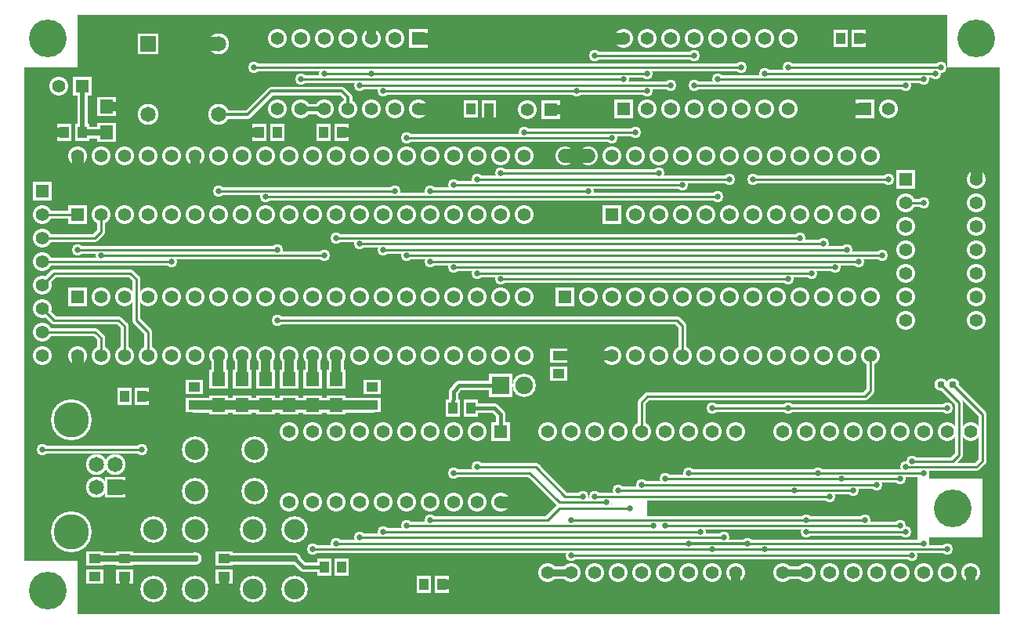
<source format=gtl>
G04*
G04 Format:               Gerber RS-274X*
G04 Layer:                TopCopper*
G04 This File Name:       Mini (Ver 4l 2024) - Gerber.gtl*
G04 Source File Name:     Mini (Ver 4l 2024).pcb*
G04 Unique ID:            5eaf9519-9103-422e-be0f-e1a041fa282d*
G04 Generated Date:       Saturday, 19 October 2024 20:49:58*
G04*
G04 Created Using:        Robot Room Copper Connection v2.7.5443*
G04 Software Contact:     http://www.robotroom.com/CopperConnection/Support.aspx*
G04 License Number:       1685*
G04 Student Edition:      true*
G04*
G04 Zero Suppression:     Leading*
G04 Number Precision:     2.4*
G04*
%FSLAX24Y24*%
%MOIN*%
%LNTopCopper*%
%ADD10C,.01*%
%ADD11C,.012*%
%ADD12C,.015*%
%ADD13C,.02*%
%ADD14C,.025*%
%ADD15C,.026*%
%ADD16C,.03*%
%ADD17C,.031*%
%ADD18C,.034*%
%ADD19C,.036*%
%ADD20C,.039*%
%ADD21C,.04*%
%ADD22C,.044*%
%ADD23C,.049*%
%ADD24C,.05*%
%ADD25C,.054*%
%ADD26C,.055*%
%ADD27C,.056*%
%ADD28C,.06*%
%ADD29C,.064*%
%ADD30C,.065*%
%ADD31C,.075*%
%ADD32C,.08*%
%ADD33C,.088*%
%ADD34C,.089*%
%ADD35C,.099*%
%ADD36C,.112*%
%ADD37C,.15*%
%ADD38C,.16*%
%ADD39C,.174*%
%ADD40C,.184*%
%ADD41R,.006X.006*%
%ADD42R,.056X.056*%
%ADD43R,.065X.065*%
%ADD44R,.075X.075*%
%ADD45R,.08X.08*%
%ADD46R,.089X.089*%
%ADD47R,.099X.099*%
%ADD48R,.04X.05*%
%ADD49R,.05X.04*%
%ADD50R,.055X.06*%
%ADD51R,.064X.074*%
%ADD52R,.074X.064*%
%ADD53R,.079X.084*%
G36*
G01X41500Y25500D02*
X0D01*
Y0D01*
X41500D01*
Y25500D01*
G37*
%LPC*%
G36*
X0Y23250D02*
X2250D01*
Y25500D01*
X0D01*
Y23250D01*
G37*
G36*
X0Y0D02*
X2250D01*
Y2250D01*
X0D01*
Y0D01*
G37*
G36*
X22750Y4750D02*
X23000D01*
Y5000D01*
X21750Y6250D01*
X21500Y6000D01*
X22750Y4750D01*
G37*
G36*
X38250Y3250D02*
X40750D01*
Y5750D01*
X38250D01*
Y3250D01*
G37*
G36*
X39250Y23250D02*
X41500D01*
Y25500D01*
X39250D01*
Y23250D01*
G37*
G36*
X26500Y4000D02*
Y3500D01*
X27750D01*
Y4000D01*
X26500D01*
G37*
G36*
X22250Y4000D02*
X22750Y4500D01*
X25000D01*
Y5000D01*
X26500D01*
Y3750D01*
X22250D01*
Y4000D01*
G37*
G36*
X38000Y3000D02*
X38500D01*
Y6250D01*
X38000D01*
Y3000D01*
G37*
D18*
X29250Y8750D02*
X32500D01*
X37750Y2500D02*
X23250D01*
X36000Y11000D02*
Y9500D01*
X35750Y9250D01*
X15250Y22250D02*
X23500D01*
X750Y17000D02*
X2250D01*
X750Y16000D02*
X3000D01*
X750Y15000D02*
X6250D01*
X3000Y16000D02*
X3250Y16250D01*
Y17000D01*
X750Y14000D02*
X1250Y14500D01*
X750Y13000D02*
X1250Y12500D01*
Y14500D02*
X4500D01*
X4750Y14250D01*
X750Y12000D02*
X3000D01*
X4750Y14250D02*
Y12500D01*
X1250D02*
X4000D01*
X4750D02*
X5250Y12000D01*
Y11000D01*
X4250D02*
Y12250D01*
X3000Y12000D02*
X3250Y11750D01*
Y11000D01*
X4250Y12250D02*
X4000Y12500D01*
X39000Y23250D02*
X32500D01*
X25250Y5250D02*
X32750D01*
X14750Y23000D02*
X12750D01*
X39500Y9750D02*
X40750Y8500D01*
X3250Y15250D02*
X12750D01*
X29500Y22750D02*
X38250D01*
X12250Y2750D02*
X29250D01*
X37500Y17500D02*
X38250D01*
X2250Y15500D02*
X10750D01*
X40750Y8500D02*
Y6500D01*
X13250Y3000D02*
X28250D01*
X40500Y6250D02*
X37500D01*
X37750Y6500D02*
X39500D01*
X35750Y4000D02*
X33250D01*
X39750Y6750D02*
Y9000D01*
X14250Y3250D02*
X29750D01*
X39750Y9000D02*
X39000Y9750D01*
X38750Y23000D02*
X31500D01*
X28500Y22500D02*
X37500D01*
X15250Y3500D02*
X28750D01*
X27500Y22500D02*
X14250D01*
X27250Y5750D02*
X34750D01*
X26500Y22250D02*
X23500D01*
X10250Y17750D02*
X29500D01*
X16250Y3750D02*
X26750D01*
X17250Y4000D02*
X22250D01*
X22750Y4500D01*
X25750D01*
X18250Y6000D02*
X21500D01*
X22750Y4750D01*
X24750D01*
X19250Y6250D02*
X21750D01*
X23000Y5000D02*
X23750D01*
X21750Y6250D02*
X23000Y5000D01*
X28000Y11000D02*
Y12250D01*
X14750Y23000D02*
X26500D01*
X15750Y18000D02*
X8250D01*
X25500Y22750D02*
X11750D01*
X35750Y9250D02*
X26500D01*
X15250Y15500D02*
X35000D01*
X28000Y12250D02*
X27750Y12500D01*
X10750D01*
X16250Y20250D02*
X25000D01*
X17250Y18000D02*
X24000D01*
X18250Y18250D02*
X28000D01*
X14250Y15750D02*
X34000D01*
X19250Y18500D02*
X30000D01*
X26500Y9250D02*
X26250Y9000D01*
X36750Y18500D02*
X31000D01*
X20250Y18750D02*
X27000D01*
X26250Y9000D02*
Y7750D01*
X21250Y20500D02*
X26000D01*
X13250Y16000D02*
X33000D01*
X39500Y6500D02*
X39750Y6750D01*
X40500Y6250D02*
X40750Y6500D01*
X5000Y7000D02*
X750D01*
X9750Y23250D02*
X30500D01*
X16250Y15250D02*
X36500D01*
X17250Y15000D02*
X35500D01*
X18250Y14750D02*
X34500D01*
X28500Y23750D02*
X24250D01*
X39250Y8750D02*
X32500D01*
X28250Y6000D02*
X38250D01*
X37250Y5750D02*
X34750D01*
X36250Y5500D02*
X26250D01*
X35250Y5250D02*
X32750D01*
X34250Y5000D02*
X24250D01*
X33250Y4000D02*
X23250D01*
X39250Y2750D02*
X31500D01*
X38250Y3000D02*
X30750D01*
X37250Y3750D02*
X27250D01*
X31500Y2750D02*
X29250D01*
X33250Y3500D02*
X37500D01*
X19250Y14500D02*
X33500D01*
X20250Y14250D02*
X32500D01*
D19*
X13750Y21500D02*
Y22000D01*
X13500Y22250D01*
X10500D01*
X8250Y21250D02*
X9500D01*
X10500Y22250D01*
X30750Y3000D02*
X28250D01*
D20*
X11500Y2360D02*
X11860Y2000D01*
X12750D01*
X20250Y7750D02*
Y8500D01*
X18240Y8750D02*
X18250Y9470D01*
X20250Y8500D02*
X20000Y8750D01*
X19000D01*
X18250Y9470D02*
X18500Y9720D01*
X20250D01*
D22*
X2460Y20500D02*
Y22460D01*
X12750Y21500D02*
X11750D01*
D23*
X4250Y2360D02*
X7250D01*
X3000D02*
X4250D01*
X11500D02*
X8500D01*
X3500Y20500D02*
X2460D01*
D24*
X10750Y20500D03*
X27000Y18750D03*
X38250Y22750D03*
X34750Y5750D03*
X10250Y17750D03*
X29500Y22750D03*
X6250Y15000D03*
X12750Y20500D03*
X16250Y15250D03*
X32500Y8750D03*
X33750Y6000D03*
X7220Y9660D03*
X3250Y15250D03*
X14750Y23000D03*
X12250Y2750D03*
X12750Y23000D03*
X32500Y23250D03*
X32750Y5250D03*
X8500Y2360D03*
X11500D03*
X23250Y2500D03*
X13500Y2000D03*
X31500Y2750D03*
X26000Y20500D03*
X12750Y15250D03*
X21250Y20500D03*
X30000Y18500D03*
X2250Y15500D03*
X10750D03*
X28250Y6000D03*
X39250Y8750D03*
X29250D03*
X27250Y5750D03*
X37250D03*
X26250Y5500D03*
X36250D03*
X25250Y5250D03*
X35250D03*
X24250Y5000D03*
X34250D03*
X23250Y4000D03*
X33250D03*
X27250Y3750D03*
X39250Y2750D03*
X38250Y3000D03*
X37250Y3750D03*
X37750Y2500D03*
X30750Y3000D03*
X13250D03*
X37750Y6500D03*
X29500Y17750D03*
X14250Y3250D03*
X35750Y4000D03*
X8250Y18000D03*
X17250Y4000D03*
X29750Y3250D03*
X15250Y3500D03*
X28250Y3000D03*
X29250Y2750D03*
X39000Y23250D03*
X38250Y17500D03*
Y6000D03*
X28500Y22500D03*
X31500Y23000D03*
X37500Y6250D03*
Y22500D03*
Y3500D03*
X27500Y22500D03*
X28750Y3500D03*
X14250Y22500D03*
X26500Y22250D03*
X15250D03*
X4250Y2360D03*
X16250Y3750D03*
X23500Y22250D03*
X26750Y3750D03*
X33250Y3500D03*
X18250Y6000D03*
X25750Y4500D03*
X19250Y6250D03*
X25500Y22750D03*
X24750Y4750D03*
X23750Y5000D03*
X750Y7000D03*
X5000D03*
X31000Y18500D03*
X26500Y23000D03*
X36750Y18500D03*
X15250Y15500D03*
X35000D03*
X11750Y22750D03*
X10750Y12500D03*
X14250Y15750D03*
X16250Y20250D03*
X17250Y18000D03*
X25000Y20250D03*
X24000Y18000D03*
X18250Y18250D03*
X34000Y15750D03*
X28000Y18250D03*
X19250Y18500D03*
X20250Y18750D03*
X15750Y18000D03*
X13250Y16000D03*
X33000D03*
X38750Y23000D03*
X9750Y23250D03*
X30500D03*
X14810Y9660D03*
X3000Y1620D03*
X36500Y15250D03*
X17250Y15000D03*
X35500D03*
X18250Y14750D03*
X34500D03*
X19250Y14500D03*
X33500D03*
X20250Y14250D03*
X28500Y23750D03*
X24250D03*
X32500Y14250D03*
D25*
X22250Y1750D02*
X23250D01*
X32250D02*
X33250D01*
D26*
X3500Y20500D03*
X39500Y9750D03*
X7250Y2360D03*
X39000Y9750D03*
D29*
X8250Y8900D02*
X9250D01*
X8250D02*
X7230D01*
X9250D02*
X10250D01*
X8250Y10000D02*
Y11000D01*
X9250D02*
Y10000D01*
X10250Y11000D02*
Y10000D01*
Y8900D02*
X11250D01*
Y10000D02*
Y11000D01*
Y8900D02*
X12250D01*
Y10000D02*
Y11000D01*
X13250Y10000D02*
Y11000D01*
X12250Y8900D02*
X13250D01*
X14810D01*
D32*
X24000Y13500D03*
X25000D03*
X26000D03*
X27000D03*
X28000D03*
X29000D03*
X30000D03*
X31000D03*
X32000D03*
X33000D03*
X34000D03*
X35000D03*
X36000D03*
Y19500D03*
X35000D03*
X34000D03*
X33000D03*
X32000D03*
X31000D03*
X30000D03*
X29000D03*
X28000D03*
X27000D03*
X26000D03*
X25000D03*
X24000D03*
X23000D03*
X26000Y17000D03*
X27000D03*
X28000D03*
X29000D03*
X30000D03*
X31000D03*
X32000D03*
X33000D03*
X34000D03*
X35000D03*
X36000D03*
Y11000D03*
X35000D03*
X34000D03*
X33000D03*
X32000D03*
X31000D03*
X30000D03*
X29000D03*
X28000D03*
X27000D03*
X26000D03*
X25000D03*
X3250Y13500D03*
X4250D03*
X5250D03*
X6250D03*
X7250D03*
X8250D03*
X9250D03*
X10250D03*
X11250D03*
X12250D03*
X13250D03*
X14250D03*
X15250D03*
X16250D03*
X17250D03*
X18250D03*
X19250D03*
X20250D03*
X21250D03*
Y19500D03*
X20250D03*
X19250D03*
X18250D03*
X17250D03*
X16250D03*
X15250D03*
X14250D03*
X13250D03*
X12250D03*
X11250D03*
X10250D03*
X9250D03*
X8250D03*
X7250D03*
X6250D03*
X5250D03*
X4250D03*
X3250D03*
X2250D03*
X3250Y17000D03*
X4250D03*
X5250D03*
X6250D03*
X7250D03*
X8250D03*
X9250D03*
X10250D03*
X11250D03*
X12250D03*
X13250D03*
X14250D03*
X15250D03*
X16250D03*
X17250D03*
X18250D03*
X19250D03*
X20250D03*
X21250D03*
Y11000D03*
X20250D03*
X19250D03*
X18250D03*
X17250D03*
X16250D03*
X15250D03*
X14250D03*
X13250D03*
X12250D03*
X11250D03*
X10250D03*
X9250D03*
X8250D03*
X7250D03*
X6250D03*
X5250D03*
X4250D03*
X3250D03*
X2250D03*
X15750Y24500D03*
X14750D03*
X13750D03*
X12750D03*
X11750D03*
X10750D03*
Y21500D03*
X11750D03*
X12750D03*
X13750D03*
X14750D03*
X15750D03*
X16750D03*
X24250Y1750D03*
X22250D03*
X23250D03*
X25250D03*
X26250D03*
X27250D03*
X28250D03*
X29250D03*
X30250D03*
Y7750D03*
X29250D03*
X28250D03*
X27250D03*
X26250D03*
X25250D03*
X24250D03*
X23250D03*
X22250D03*
X1460Y22460D03*
X750Y17000D03*
Y16000D03*
Y15000D03*
Y14000D03*
Y13000D03*
Y12000D03*
Y11000D03*
X34250Y1750D03*
X32250D03*
X33250D03*
X35250D03*
X36250D03*
X37250D03*
X38250D03*
X39250D03*
X40250D03*
Y7750D03*
X39250D03*
X38250D03*
X37250D03*
X36250D03*
X35250D03*
X34250D03*
X33250D03*
X32250D03*
X19250D03*
X18250D03*
X17250D03*
X16250D03*
X15250D03*
X14250D03*
X13250D03*
X12250D03*
X11250D03*
Y4750D03*
X12250D03*
X13250D03*
X14250D03*
X15250D03*
X16250D03*
X17250D03*
X18250D03*
X19250D03*
X20250D03*
X37500Y17500D03*
Y16500D03*
Y15500D03*
Y14500D03*
Y13500D03*
Y12500D03*
X40500D03*
Y13500D03*
Y14500D03*
Y15500D03*
Y16500D03*
Y17500D03*
Y18500D03*
X26500Y21500D03*
X27500D03*
X28500D03*
X29500D03*
X30500D03*
X31500D03*
X32500D03*
Y24500D03*
X31500D03*
X30500D03*
X29500D03*
X28500D03*
X27500D03*
X26500D03*
X25500D03*
X36750Y21500D03*
X21390Y21450D03*
D34*
X5250Y21250D03*
X8250D03*
Y24250D03*
X3070Y6370D03*
Y5390D03*
X3850Y6370D03*
D35*
X21250Y9720D03*
D36*
X7250Y3610D03*
Y1050D03*
X5480Y3610D03*
Y1050D03*
X11500Y3610D03*
Y1050D03*
X9730Y3610D03*
Y1050D03*
X7250Y7000D03*
X9810D03*
X7250Y5230D03*
X9810D03*
D39*
X2000Y8250D03*
Y3510D03*
D40*
X1000Y24500D03*
Y1000D03*
X39500Y4500D03*
X40500Y24500D03*
D45*
X23000Y13500D03*
X25000Y17000D03*
X2250Y13500D03*
Y17000D03*
X16750Y24500D03*
X2460Y22460D03*
X750Y18000D03*
X20250Y7750D03*
X37500Y18500D03*
X25500Y21500D03*
X35750D03*
X22390Y21450D03*
D46*
X5250Y24250D03*
X3850Y5390D03*
D47*
X20250Y9720D03*
D51*
X19000Y8750D03*
X18240D03*
X12750Y2000D03*
X13510D03*
X1700Y20500D03*
X2460D03*
X35500Y24500D03*
X34740D03*
X10000Y20500D03*
X10760D03*
X13500D03*
X12740D03*
X19750Y21500D03*
X18990D03*
X5010Y9250D03*
X4250D03*
X17750Y1250D03*
X16990D03*
D52*
X7230Y8900D03*
X4250Y1600D03*
Y2360D03*
X8500Y1600D03*
Y2360D03*
X22740Y10240D03*
Y11000D03*
X7230Y9660D03*
X14810Y8900D03*
Y9660D03*
X3000Y2360D03*
Y1600D03*
D53*
X3500Y20500D03*
Y21600D03*
X8250Y10000D03*
Y8900D03*
X9250Y10000D03*
Y8900D03*
X13250Y10000D03*
Y8900D03*
X12250Y10000D03*
Y8900D03*
X11250Y10000D03*
Y8900D03*
X10250Y10000D03*
Y8900D03*
%LPD*%
D10*
X29250Y8750D02*
X32500D01*
X37750Y2500D02*
X23250D01*
X36000Y11000D02*
Y9500D01*
X35750Y9250D01*
X15250Y22250D02*
X23500D01*
X750Y17000D02*
X2250D01*
X750Y16000D02*
X3000D01*
X750Y15000D02*
X6250D01*
X3000Y16000D02*
X3250Y16250D01*
Y17000D01*
X750Y14000D02*
X1250Y14500D01*
X750Y13000D02*
X1250Y12500D01*
Y14500D02*
X4500D01*
X4750Y14250D01*
X750Y12000D02*
X3000D01*
X4750Y14250D02*
Y12500D01*
X1250D02*
X4000D01*
X4750D02*
X5250Y12000D01*
Y11000D01*
X4250D02*
Y12250D01*
X3000Y12000D02*
X3250Y11750D01*
Y11000D01*
X4250Y12250D02*
X4000Y12500D01*
X39000Y23250D02*
X32500D01*
X25250Y5250D02*
X32750D01*
X14750Y23000D02*
X12750D01*
X39500Y9750D02*
X40750Y8500D01*
X3250Y15250D02*
X12750D01*
X29500Y22750D02*
X38250D01*
X12250Y2750D02*
X29250D01*
X37500Y17500D02*
X38250D01*
X2250Y15500D02*
X10750D01*
X40750Y8500D02*
Y6500D01*
X13250Y3000D02*
X28250D01*
X40500Y6250D02*
X37500D01*
X37750Y6500D02*
X39500D01*
X35750Y4000D02*
X33250D01*
X39750Y6750D02*
Y9000D01*
X14250Y3250D02*
X29750D01*
X39750Y9000D02*
X39000Y9750D01*
X38750Y23000D02*
X31500D01*
X28500Y22500D02*
X37500D01*
X15250Y3500D02*
X28750D01*
X27500Y22500D02*
X14250D01*
X27250Y5750D02*
X34750D01*
X26500Y22250D02*
X23500D01*
X10250Y17750D02*
X29500D01*
X16250Y3750D02*
X26750D01*
X17250Y4000D02*
X22250D01*
X22750Y4500D01*
X25750D01*
X18250Y6000D02*
X21500D01*
X22750Y4750D01*
X24750D01*
X19250Y6250D02*
X21750D01*
X23000Y5000D02*
X23750D01*
X21750Y6250D02*
X23000Y5000D01*
X28000Y11000D02*
Y12250D01*
X14750Y23000D02*
X26500D01*
X15750Y18000D02*
X8250D01*
X25500Y22750D02*
X11750D01*
X35750Y9250D02*
X26500D01*
X15250Y15500D02*
X35000D01*
X28000Y12250D02*
X27750Y12500D01*
X10750D01*
X16250Y20250D02*
X25000D01*
X17250Y18000D02*
X24000D01*
X18250Y18250D02*
X28000D01*
X14250Y15750D02*
X34000D01*
X19250Y18500D02*
X30000D01*
X26500Y9250D02*
X26250Y9000D01*
X36750Y18500D02*
X31000D01*
X20250Y18750D02*
X27000D01*
X26250Y9000D02*
Y7750D01*
X21250Y20500D02*
X26000D01*
X13250Y16000D02*
X33000D01*
X39500Y6500D02*
X39750Y6750D01*
X40500Y6250D02*
X40750Y6500D01*
X5000Y7000D02*
X750D01*
X9750Y23250D02*
X30500D01*
X16250Y15250D02*
X36500D01*
X17250Y15000D02*
X35500D01*
X18250Y14750D02*
X34500D01*
X28500Y23750D02*
X24250D01*
X39250Y8750D02*
X32500D01*
X28250Y6000D02*
X38250D01*
X37250Y5750D02*
X34750D01*
X36250Y5500D02*
X26250D01*
X35250Y5250D02*
X32750D01*
X34250Y5000D02*
X24250D01*
X33250Y4000D02*
X23250D01*
X39250Y2750D02*
X31500D01*
X38250Y3000D02*
X30750D01*
X37250Y3750D02*
X27250D01*
X31500Y2750D02*
X29250D01*
X33250Y3500D02*
X37500D01*
X19250Y14500D02*
X33500D01*
X20250Y14250D02*
X32500D01*
D11*
X13750Y21500D02*
Y22000D01*
X13500Y22250D01*
X10500D01*
X8250Y21250D02*
X9500D01*
X10500Y22250D01*
X30750Y3000D02*
X28250D01*
D12*
X11500Y2360D02*
X11860Y2000D01*
X12750D01*
X20250Y7750D02*
Y8500D01*
X18240Y8750D02*
X18250Y9470D01*
X20250Y8500D02*
X20000Y8750D01*
X19000D01*
X18250Y9470D02*
X18500Y9720D01*
X20250D01*
D13*
X2460Y20500D02*
Y22460D01*
X12750Y21500D02*
X11750D01*
D14*
X4250Y2360D02*
X7250D01*
X3000D02*
X4250D01*
X11500D02*
X8500D01*
X3500Y20500D02*
X2460D01*
D15*
X10750Y20500D03*
X27000Y18750D03*
X38250Y22750D03*
X34750Y5750D03*
X22070Y10480D03*
X10250Y17750D03*
X29500Y22750D03*
X6250Y15000D03*
X12750Y20500D03*
X16250Y15250D03*
X32500Y8750D03*
X33750Y6000D03*
X7220Y9660D03*
X3250Y15250D03*
X14750Y23000D03*
X12250Y2750D03*
X12750Y23000D03*
X32500Y23250D03*
X32750Y5250D03*
X8500Y2360D03*
X11500D03*
X23250Y2500D03*
X13500Y2000D03*
X31500Y2750D03*
X26000Y20500D03*
X12750Y15250D03*
X21250Y20500D03*
X30000Y18500D03*
X2250Y15500D03*
X10750D03*
X28250Y6000D03*
X39250Y8750D03*
X29250D03*
X27250Y5750D03*
X37250D03*
X26250Y5500D03*
X36250D03*
X25250Y5250D03*
X35250D03*
X24250Y5000D03*
X34250D03*
X23250Y4000D03*
X33250D03*
X27250Y3750D03*
X39250Y2750D03*
X38250Y3000D03*
X37250Y3750D03*
X37750Y2500D03*
X30750Y3000D03*
X13250D03*
X37750Y6500D03*
X29500Y17750D03*
X14250Y3250D03*
X22740Y10250D03*
X35750Y4000D03*
X8250Y18000D03*
X17250Y4000D03*
X29750Y3250D03*
X15250Y3500D03*
X28250Y3000D03*
X29250Y2750D03*
X39000Y23250D03*
X38250Y17500D03*
Y6000D03*
X28500Y22500D03*
X31500Y23000D03*
X37500Y6250D03*
Y22500D03*
Y3500D03*
X27500Y22500D03*
X28750Y3500D03*
X14250Y22500D03*
X26500Y22250D03*
X15250D03*
X4250Y2360D03*
X16250Y3750D03*
X23500Y22250D03*
X26750Y3750D03*
X33250Y3500D03*
X34740Y24500D03*
X18250Y6000D03*
X25750Y4500D03*
X19250Y6250D03*
X25500Y22750D03*
X24750Y4750D03*
X23750Y5000D03*
X750Y7000D03*
X5000D03*
X31000Y18500D03*
X26500Y23000D03*
X36750Y18500D03*
X15250Y15500D03*
X35000D03*
X11750Y22750D03*
X10750Y12500D03*
X14250Y15750D03*
X16250Y20250D03*
X17250Y18000D03*
X25000Y20250D03*
X24000Y18000D03*
X18250Y18250D03*
X34000Y15750D03*
X28000Y18250D03*
X19250Y18500D03*
X20250Y18750D03*
X15750Y18000D03*
X13250Y16000D03*
X33000D03*
X38750Y23000D03*
X9750Y23250D03*
X30500D03*
X14810Y9660D03*
X3000Y1620D03*
X18990Y21500D03*
X36500Y15250D03*
X17250Y15000D03*
X35500D03*
X18250Y14750D03*
X34500D03*
X19250Y14500D03*
X33500D03*
X20250Y14250D03*
X28500Y23750D03*
X24250D03*
X4250Y9250D03*
X17000Y1250D03*
X32500Y14250D03*
D16*
X22250Y1750D02*
X23250D01*
X32250D02*
X33250D01*
D17*
X3500Y20500D03*
X39500Y9750D03*
X7250Y2360D03*
X39000Y9750D03*
D21*
X8250Y8900D02*
X9250D01*
X8250D02*
X7230D01*
X9250D02*
X10250D01*
X8250Y10000D02*
Y11000D01*
X9250D02*
Y10000D01*
X10250Y11000D02*
Y10000D01*
X4250Y1600D02*
Y750D01*
X8500Y1600D02*
Y750D01*
X10250Y8900D02*
X11250D01*
Y10000D02*
Y11000D01*
Y8900D02*
X12250D01*
Y10000D02*
Y11000D01*
X13250Y10000D02*
Y11000D01*
X12250Y8900D02*
X13250D01*
X14810D01*
X30250Y1750D02*
Y500D01*
X40250Y1750D02*
Y500D01*
X22740Y11000D02*
X25000D01*
X35500Y24500D02*
X36500D01*
X19750Y21500D02*
Y20750D01*
X22390Y21450D02*
X23240D01*
X14750Y24500D02*
Y25250D01*
X7250Y19500D02*
Y18500D01*
X3500Y21600D02*
X4230D01*
X1700Y20500D02*
X750D01*
X13500D02*
X14250D01*
X10000D02*
X9250D01*
X17750Y1250D02*
X19000D01*
X5010Y9250D02*
X6000D01*
D24*
X2250Y11000D02*
Y10000D01*
X20250Y4750D02*
X21250D01*
X40500Y18500D02*
Y19500D01*
X35750Y21500D02*
X34750D01*
X25500Y24500D02*
X24250D01*
X16750Y21500D02*
X17500D01*
X16750Y24500D02*
X17750D01*
X2250Y19500D02*
Y18250D01*
D27*
X24000Y13500D03*
X25000D03*
X26000D03*
X27000D03*
X28000D03*
X29000D03*
X30000D03*
X31000D03*
X32000D03*
X33000D03*
X34000D03*
X35000D03*
X36000D03*
Y19500D03*
X35000D03*
X34000D03*
X33000D03*
X32000D03*
X31000D03*
X30000D03*
X29000D03*
X28000D03*
X27000D03*
X26000D03*
X25000D03*
X24000D03*
X23000D03*
X26000Y17000D03*
X27000D03*
X28000D03*
X29000D03*
X30000D03*
X31000D03*
X32000D03*
X33000D03*
X34000D03*
X35000D03*
X36000D03*
Y11000D03*
X35000D03*
X34000D03*
X33000D03*
X32000D03*
X31000D03*
X30000D03*
X29000D03*
X28000D03*
X27000D03*
X26000D03*
X25000D03*
X3250Y13500D03*
X4250D03*
X5250D03*
X6250D03*
X7250D03*
X8250D03*
X9250D03*
X10250D03*
X11250D03*
X12250D03*
X13250D03*
X14250D03*
X15250D03*
X16250D03*
X17250D03*
X18250D03*
X19250D03*
X20250D03*
X21250D03*
Y19500D03*
X20250D03*
X19250D03*
X18250D03*
X17250D03*
X16250D03*
X15250D03*
X14250D03*
X13250D03*
X12250D03*
X11250D03*
X10250D03*
X9250D03*
X8250D03*
X7250D03*
X6250D03*
X5250D03*
X4250D03*
X3250D03*
X2250D03*
X3250Y17000D03*
X4250D03*
X5250D03*
X6250D03*
X7250D03*
X8250D03*
X9250D03*
X10250D03*
X11250D03*
X12250D03*
X13250D03*
X14250D03*
X15250D03*
X16250D03*
X17250D03*
X18250D03*
X19250D03*
X20250D03*
X21250D03*
Y11000D03*
X20250D03*
X19250D03*
X18250D03*
X17250D03*
X16250D03*
X15250D03*
X14250D03*
X13250D03*
X12250D03*
X11250D03*
X10250D03*
X9250D03*
X8250D03*
X7250D03*
X6250D03*
X5250D03*
X4250D03*
X3250D03*
X2250D03*
X15750Y24500D03*
X14750D03*
X13750D03*
X12750D03*
X11750D03*
X10750D03*
Y21500D03*
X11750D03*
X12750D03*
X13750D03*
X14750D03*
X15750D03*
X16750D03*
X24250Y1750D03*
X22250D03*
X23250D03*
X25250D03*
X26250D03*
X27250D03*
X28250D03*
X29250D03*
X30250D03*
Y7750D03*
X29250D03*
X28250D03*
X27250D03*
X26250D03*
X25250D03*
X24250D03*
X23250D03*
X22250D03*
X1460Y22460D03*
X750Y17000D03*
Y16000D03*
Y15000D03*
Y14000D03*
Y13000D03*
Y12000D03*
Y11000D03*
X34250Y1750D03*
X32250D03*
X33250D03*
X35250D03*
X36250D03*
X37250D03*
X38250D03*
X39250D03*
X40250D03*
Y7750D03*
X39250D03*
X38250D03*
X37250D03*
X36250D03*
X35250D03*
X34250D03*
X33250D03*
X32250D03*
X19250D03*
X18250D03*
X17250D03*
X16250D03*
X15250D03*
X14250D03*
X13250D03*
X12250D03*
X11250D03*
Y4750D03*
X12250D03*
X13250D03*
X14250D03*
X15250D03*
X16250D03*
X17250D03*
X18250D03*
X19250D03*
X20250D03*
X37500Y17500D03*
Y16500D03*
Y15500D03*
Y14500D03*
Y13500D03*
Y12500D03*
X40500D03*
Y13500D03*
Y14500D03*
Y15500D03*
Y16500D03*
Y17500D03*
Y18500D03*
X26500Y21500D03*
X27500D03*
X28500D03*
X29500D03*
X30500D03*
X31500D03*
X32500D03*
Y24500D03*
X31500D03*
X30500D03*
X29500D03*
X28500D03*
X27500D03*
X26500D03*
X25500D03*
X36750Y21500D03*
X21390Y21450D03*
D28*
X3850Y5390D02*
X4750D01*
X24000Y19500D02*
X23000D01*
X8250Y24250D02*
X7000D01*
D30*
X5250Y21250D03*
X8250D03*
Y24250D03*
X3070Y6370D03*
Y5390D03*
X3850Y6370D03*
D31*
X21250Y9720D03*
D33*
X7250Y3610D03*
Y1050D03*
X5480Y3610D03*
Y1050D03*
X11500Y3610D03*
Y1050D03*
X9730Y3610D03*
Y1050D03*
X7250Y7000D03*
X9810D03*
X7250Y5230D03*
X9810D03*
D37*
X2000Y8250D03*
Y3510D03*
D38*
X1000Y24500D03*
Y1000D03*
X39500Y4500D03*
X40500Y24500D03*
D42*
X23000Y13500D03*
X25000Y17000D03*
X2250Y13500D03*
Y17000D03*
X16750Y24500D03*
X2460Y22460D03*
X750Y18000D03*
X20250Y7750D03*
X37500Y18500D03*
X25500Y21500D03*
X35750D03*
X22390Y21450D03*
D43*
X5250Y24250D03*
X3850Y5390D03*
D44*
X20250Y9720D03*
D48*
X19000Y8750D03*
X18240D03*
X12750Y2000D03*
X13510D03*
X1700Y20500D03*
X2460D03*
X35500Y24500D03*
X34740D03*
X10000Y20500D03*
X10760D03*
X13500D03*
X12740D03*
X19750Y21500D03*
X18990D03*
X5010Y9250D03*
X4250D03*
X17750Y1250D03*
X16990D03*
D49*
X7230Y8900D03*
X4250Y1600D03*
Y2360D03*
X8500Y1600D03*
Y2360D03*
X22740Y10240D03*
Y11000D03*
X7230Y9660D03*
X14810Y8900D03*
Y9660D03*
X3000Y2360D03*
Y1600D03*
D50*
X3500Y20500D03*
Y21600D03*
X8250Y10000D03*
Y8900D03*
X9250Y10000D03*
Y8900D03*
X13250Y10000D03*
Y8900D03*
X12250Y10000D03*
Y8900D03*
X11250Y10000D03*
Y8900D03*
X10250Y10000D03*
Y8900D03*
M02*

</source>
